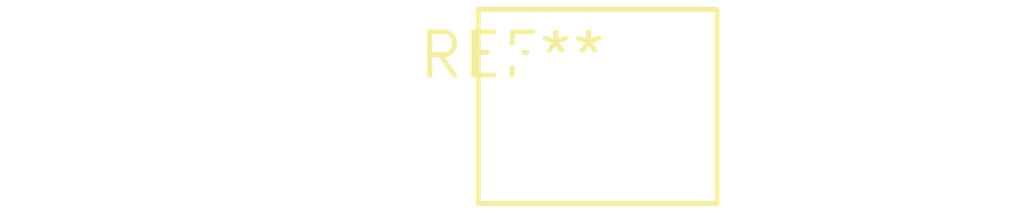
<source format=kicad_pcb>
(kicad_pcb (version 20240108) (generator pcbnew)
  (layers (0 "F.Cu" signal) (31 "B.Cu" signal) (34 "B.Paste" user) (35 "F.Paste" user) (36 "B.SilkS" user "B.Silkscreen") (37 "F.SilkS" user "F.Silkscreen") (38 "B.Mask" user) (39 "F.Mask" user) (44 "Edge.Cuts" user))
  (net 0 "")
  (footprint "RV_Disc_D7mm_W5.7mm_P5mm" (layer "F.Cu") (at 0 0)
    (property "Reference" "REF**")
    (property "Value" "RV_Disc_D7mm_W5.7mm_P5mm")
    (fp_line (start -1 -1.35) (end -1 4.35) (layer "F.SilkS") (stroke (width 0.15)))
    (fp_line (start -1 -1.35) (end 6 -1.35) (layer "F.SilkS") (stroke (width 0.15)))
    (fp_line (start -1 4.35) (end 6 4.35) (layer "F.SilkS") (stroke (width 0.15)))
    (fp_line (start 6 -1.35) (end 6 4.35) (layer "F.SilkS") (stroke (width 0.15)))
    (pad "1" thru_hole circle (at 0 0) (size 1.6 1.6) (drill 0.6) (layers *.Cu *.Mask) (remove_unused_layers))
    (pad "2" thru_hole circle (at 5 3) (size 1.6 1.6) (drill 0.6) (layers *.Cu *.Mask) (remove_unused_layers))
  )
)
</source>
